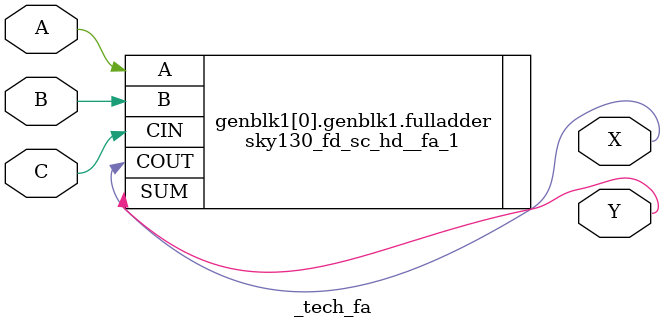
<source format=v>

(* techmap_celltype = "$fa" *)
module _tech_fa (A, B, C, X, Y);
  parameter WIDTH = 1;
  (* force_downto *)
    input [WIDTH-1 : 0] A, B, C;
  (* force_downto *)
    output [WIDTH-1 : 0] X, Y;
  
  parameter _TECHMAP_CONSTVAL_A_ = WIDTH'bx;
  parameter _TECHMAP_CONSTVAL_B_ = WIDTH'bx;
  parameter _TECHMAP_CONSTVAL_C_ = WIDTH'bx;
  
  genvar i;
  generate for (i = 0; i < WIDTH; i = i + 1) begin
      if (_TECHMAP_CONSTVAL_A_[i] === 1'b0 || _TECHMAP_CONSTVAL_B_[i] === 1'b0 || _TECHMAP_CONSTVAL_C_[i] === 1'b0) begin
        if (_TECHMAP_CONSTVAL_C_[i] === 1'b0) begin
          sky130_fd_sc_hd__ha_1 halfadder_Cconst (
              .A(A[i]),
              .B(B[i]),
              .COUT(X[i]), .SUM(Y[i])
            );
        end 
        else begin
          if (_TECHMAP_CONSTVAL_B_[i] === 1'b0) begin
            sky130_fd_sc_hd__ha_1 halfadder_Bconst (
                .A(A[i]),
                .B(C[i]),
                .COUT(X[i]), .SUM(Y[i])
              );
          end
          else begin
            sky130_fd_sc_hd__ha_1 halfadder_Aconst (
                .A(B[i]),
                .B(C[i]),
                .COUT(X[i]), .SUM(Y[i])
              );
          end
        end
      end
      else begin
        sky130_fd_sc_hd__fa_1 fulladder (
            .A(A[i]), .B(B[i]), .CIN(C[i]), .COUT(X[i]), .SUM(Y[i])
          );
      end
    end endgenerate

endmodule

</source>
